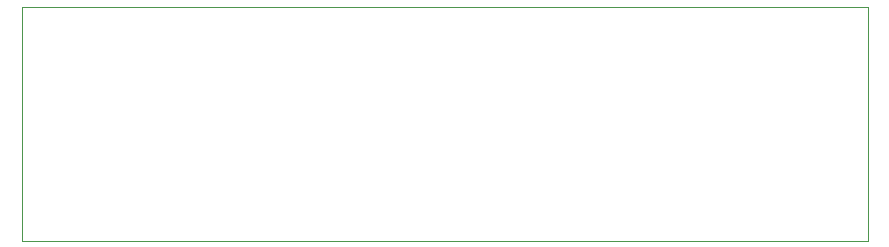
<source format=gm1>
G04 #@! TF.GenerationSoftware,KiCad,Pcbnew,6.0.8-f2edbf62ab~116~ubuntu20.04.1*
G04 #@! TF.CreationDate,2022-11-14T20:50:25-05:00*
G04 #@! TF.ProjectId,solar_lights,736f6c61-725f-46c6-9967-6874732e6b69,rev?*
G04 #@! TF.SameCoordinates,Original*
G04 #@! TF.FileFunction,Profile,NP*
%FSLAX46Y46*%
G04 Gerber Fmt 4.6, Leading zero omitted, Abs format (unit mm)*
G04 Created by KiCad (PCBNEW 6.0.8-f2edbf62ab~116~ubuntu20.04.1) date 2022-11-14 20:50:25*
%MOMM*%
%LPD*%
G01*
G04 APERTURE LIST*
G04 #@! TA.AperFunction,Profile*
%ADD10C,0.100000*%
G04 #@! TD*
G04 APERTURE END LIST*
D10*
X193040000Y-116840000D02*
X121412000Y-116840000D01*
X121412000Y-116840000D02*
X121412000Y-97028000D01*
X121412000Y-97028000D02*
X193040000Y-97028000D01*
X193040000Y-97028000D02*
X193040000Y-116840000D01*
M02*

</source>
